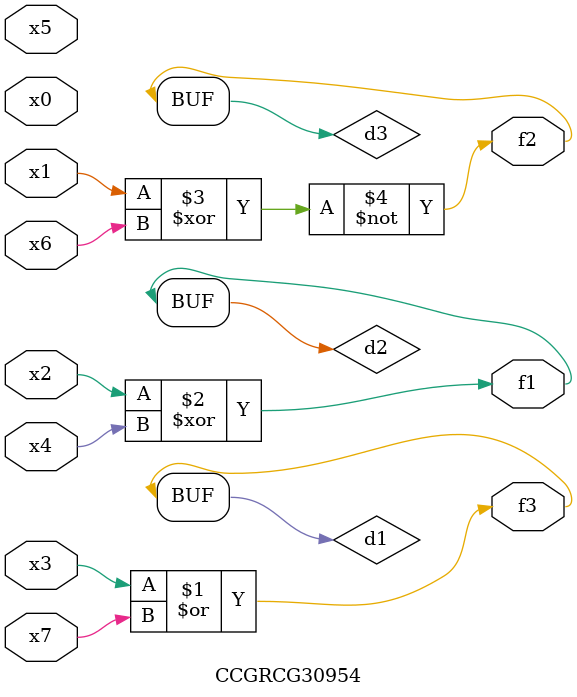
<source format=v>
module CCGRCG30954(
	input x0, x1, x2, x3, x4, x5, x6, x7,
	output f1, f2, f3
);

	wire d1, d2, d3;

	or (d1, x3, x7);
	xor (d2, x2, x4);
	xnor (d3, x1, x6);
	assign f1 = d2;
	assign f2 = d3;
	assign f3 = d1;
endmodule

</source>
